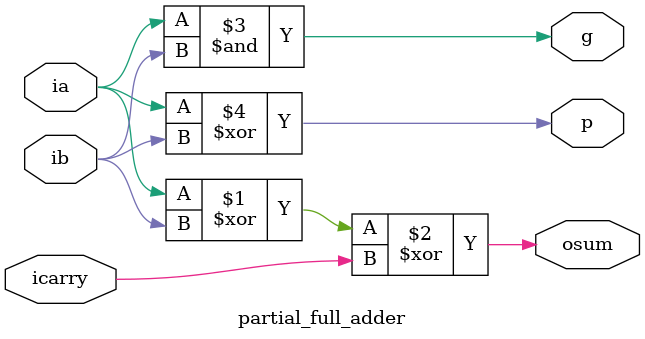
<source format=v>
`timescale 1ns / 1ps

module partial_full_adder(
    input wire ia, ib, icarry,
    output wire osum, p, g
    );

    //based on the slides
    assign osum = ia^ib^icarry;
    assign g = ia&ib;
    assign p = ia^ib;


endmodule
</source>
